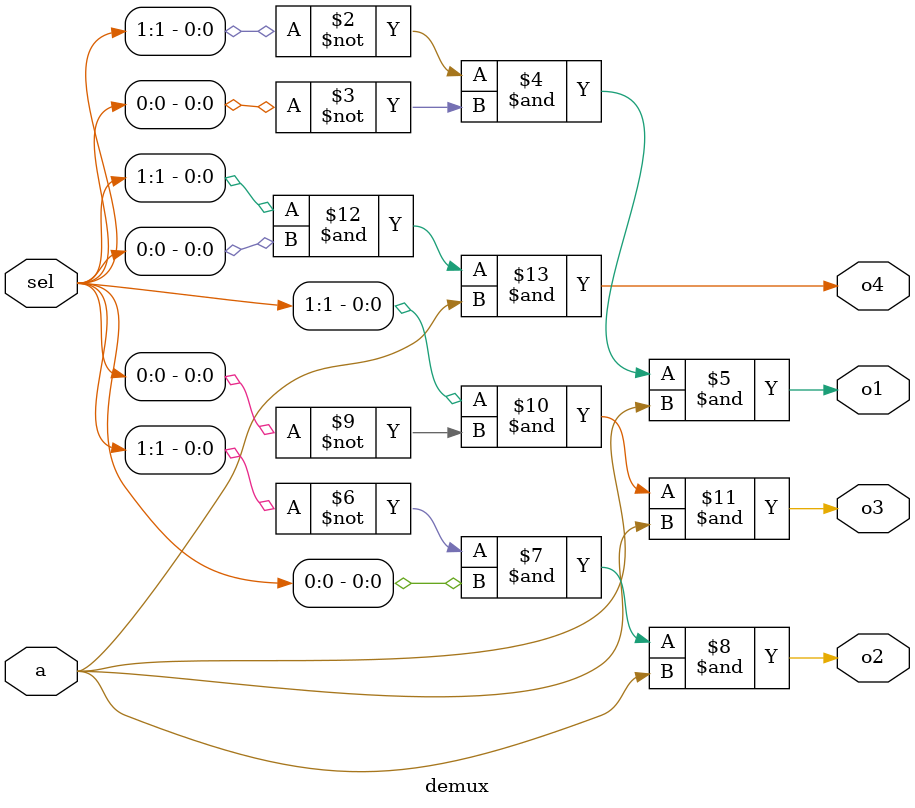
<source format=v>
module demux(input [1:0] sel,input a, 

	     output reg o1, o2, o3, o4);



	always @(a or sel) begin    

	o1 = ~sel[1] & ~sel[0] & a;	
	o2 = ~sel[1] & sel[0] & a;

	o3 = sel[1] & ~sel[0] & a;

	o4 = sel[1] & sel[0] & a;


	end





endmodule 

</source>
